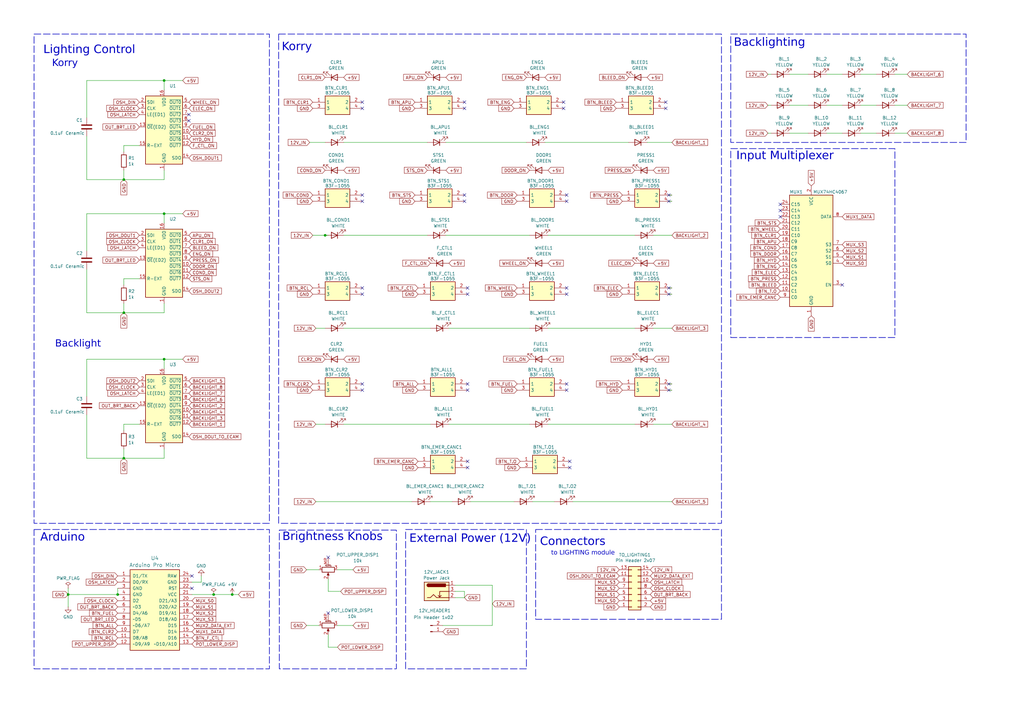
<source format=kicad_sch>
(kicad_sch (version 20231120) (generator "eeschema") (generator_version "8.0")
  (paper "A3")
  (title_block (title "ECAM Panel") (date "2024-12-08") (rev "V1.0") (company "S.K."))
  (junction (at 95.25 243.84))
  (junction (at 50.8 128.27))
  (junction (at 50.8 187.96))
  (junction (at 67.31 33.02))
  (junction (at 87.63 243.84))
  (junction (at 67.31 87.63))
  (junction (at 67.31 147.32))
  (junction (at 27.94 243.84))
  (junction (at 133.35 96.52))
  (junction (at 50.8 73.66))
  (junction (at 48.26 243.84))
  (no_connect (at 345.44 116.84))
  (no_connect (at 233.68 189.23))
  (no_connect (at 148.59 80.01))
  (no_connect (at 148.59 82.55))
  (no_connect (at 191.77 157.48))
  (no_connect (at 274.32 157.48))
  (no_connect (at 231.14 41.91))
  (no_connect (at 148.59 120.65))
  (no_connect (at 190.5 41.91))
  (no_connect (at 233.68 191.77))
  (no_connect (at 148.59 157.48))
  (no_connect (at 232.41 118.11))
  (no_connect (at 77.47 46.99))
  (no_connect (at 273.05 41.91))
  (no_connect (at 148.59 44.45))
  (no_connect (at 78.74 241.3))
  (no_connect (at 232.41 157.48))
  (no_connect (at 320.04 86.36))
  (no_connect (at 134.62 228.6))
  (no_connect (at 274.32 82.55))
  (no_connect (at 190.5 82.55))
  (no_connect (at 148.59 118.11))
  (no_connect (at 191.77 160.02))
  (no_connect (at 232.41 120.65))
  (no_connect (at 274.32 118.11))
  (no_connect (at 191.77 120.65))
  (no_connect (at 191.77 118.11))
  (no_connect (at 273.05 44.45))
  (no_connect (at 77.47 49.53))
  (no_connect (at 320.04 88.9))
  (no_connect (at 191.77 189.23))
  (no_connect (at 232.41 80.01))
  (no_connect (at 191.77 191.77))
  (no_connect (at 134.62 251.46))
  (no_connect (at 231.14 44.45))
  (no_connect (at 274.32 120.65))
  (no_connect (at 274.32 160.02))
  (no_connect (at 274.32 80.01))
  (no_connect (at 232.41 160.02))
  (no_connect (at 190.5 80.01))
  (no_connect (at 190.5 44.45))
  (no_connect (at 148.59 41.91))
  (no_connect (at 148.59 160.02))
  (no_connect (at 78.74 236.22))
  (no_connect (at 320.04 83.82))
  (no_connect (at 232.41 82.55))
  (wire (pts (xy 27.94 248.92) (xy 27.94 243.84)))
  (wire (pts (xy 138.43 256.54) (xy 144.78 256.54)))
  (wire (pts (xy 184.15 173.99) (xy 217.17 173.99)))
  (wire (pts (xy 134.62 260.35) (xy 134.62 265.43)))
  (wire (pts (xy 57.15 114.3) (xy 50.8 114.3)))
  (wire (pts (xy 140.97 58.42) (xy 175.26 58.42)))
  (wire (pts (xy 35.56 147.32) (xy 35.56 162.56)))
  (wire (pts (xy 95.25 243.84) (xy 97.79 243.84)))
  (wire (pts (xy 267.97 173.99) (xy 275.59 173.99)))
  (wire (pts (xy 224.79 173.99) (xy 260.35 173.99)))
  (wire (pts (xy 186.69 240.03) (xy 201.93 240.03)))
  (wire (pts (xy 50.8 59.69) (xy 50.8 62.23)))
  (wire (pts (xy 35.56 128.27) (xy 50.8 128.27)))
  (wire (pts (xy 57.15 173.99) (xy 50.8 173.99)))
  (wire (pts (xy 190.5 242.57) (xy 190.5 245.11)))
  (wire (pts (xy 314.96 30.48) (xy 316.23 30.48)))
  (wire (pts (xy 339.09 54.61) (xy 345.44 54.61)))
  (wire (pts (xy 184.15 134.62) (xy 217.17 134.62)))
  (wire (pts (xy 186.69 245.11) (xy 190.5 245.11)))
  (wire (pts (xy 35.56 73.66) (xy 50.8 73.66)))
  (wire (pts (xy 50.8 73.66) (xy 67.31 73.66)))
  (wire (pts (xy 129.54 173.99) (xy 133.35 173.99)))
  (wire (pts (xy 182.88 96.52) (xy 217.17 96.52)))
  (wire (pts (xy 223.52 58.42) (xy 257.81 58.42)))
  (wire (pts (xy 67.31 87.63) (xy 67.31 91.44)))
  (wire (pts (xy 314.96 54.61) (xy 316.23 54.61)))
  (wire (pts (xy 35.56 110.49) (xy 35.56 128.27)))
  (wire (pts (xy 67.31 33.02) (xy 67.31 36.83)))
  (wire (pts (xy 134.62 237.49) (xy 134.62 242.57)))
  (wire (pts (xy 265.43 58.42) (xy 275.59 58.42)))
  (wire (pts (xy 134.62 242.57) (xy 139.7 242.57)))
  (wire (pts (xy 218.44 205.74) (xy 227.33 205.74)))
  (wire (pts (xy 27.94 243.84) (xy 48.26 243.84)))
  (wire (pts (xy 140.97 173.99) (xy 176.53 173.99)))
  (wire (pts (xy 67.31 128.27) (xy 67.31 124.46)))
  (wire (pts (xy 323.85 54.61) (xy 331.47 54.61)))
  (wire (pts (xy 138.43 233.68) (xy 144.78 233.68)))
  (wire (pts (xy 50.8 128.27) (xy 67.31 128.27)))
  (wire (pts (xy 67.31 87.63) (xy 74.93 87.63)))
  (wire (pts (xy 128.27 96.52) (xy 133.35 96.52)))
  (wire (pts (xy 67.31 187.96) (xy 67.31 184.15)))
  (wire (pts (xy 35.56 33.02) (xy 35.56 48.26)))
  (wire (pts (xy 274.32 118.11) (xy 275.59 118.11)))
  (wire (pts (xy 267.97 134.62) (xy 275.59 134.62)))
  (wire (pts (xy 50.8 114.3) (xy 50.8 116.84)))
  (wire (pts (xy 67.31 147.32) (xy 74.93 147.32)))
  (wire (pts (xy 323.85 43.18) (xy 331.47 43.18)))
  (wire (pts (xy 67.31 33.02) (xy 74.93 33.02)))
  (wire (pts (xy 367.03 43.18) (xy 372.11 43.18)))
  (wire (pts (xy 353.06 30.48) (xy 359.41 30.48)))
  (wire (pts (xy 181.61 256.54) (xy 201.93 256.54)))
  (wire (pts (xy 50.8 69.85) (xy 50.8 73.66)))
  (wire (pts (xy 50.8 173.99) (xy 50.8 176.53)))
  (wire (pts (xy 125.73 256.54) (xy 130.81 256.54)))
  (wire (pts (xy 353.06 43.18) (xy 359.41 43.18)))
  (wire (pts (xy 35.56 147.32) (xy 67.31 147.32)))
  (wire (pts (xy 129.54 134.62) (xy 133.35 134.62)))
  (wire (pts (xy 35.56 170.18) (xy 35.56 187.96)))
  (wire (pts (xy 35.56 55.88) (xy 35.56 73.66)))
  (wire (pts (xy 274.32 80.01) (xy 275.59 80.01)))
  (wire (pts (xy 267.97 96.52) (xy 275.59 96.52)))
  (wire (pts (xy 35.56 187.96) (xy 50.8 187.96)))
  (wire (pts (xy 27.94 241.3) (xy 27.94 243.84)))
  (wire (pts (xy 48.26 241.3) (xy 48.26 243.84)))
  (wire (pts (xy 224.79 96.52) (xy 260.35 96.52)))
  (wire (pts (xy 186.69 242.57) (xy 190.5 242.57)))
  (wire (pts (xy 78.74 243.84) (xy 87.63 243.84)))
  (wire (pts (xy 129.54 205.74) (xy 168.91 205.74)))
  (wire (pts (xy 133.35 96.52) (xy 134.62 96.52)))
  (wire (pts (xy 367.03 30.48) (xy 372.11 30.48)))
  (wire (pts (xy 50.8 184.15) (xy 50.8 187.96)))
  (wire (pts (xy 274.32 120.65) (xy 275.59 120.65)))
  (wire (pts (xy 182.88 58.42) (xy 215.9 58.42)))
  (wire (pts (xy 140.97 134.62) (xy 176.53 134.62)))
  (wire (pts (xy 67.31 147.32) (xy 67.31 151.13)))
  (wire (pts (xy 67.31 73.66) (xy 67.31 69.85)))
  (wire (pts (xy 274.32 82.55) (xy 275.59 82.55)))
  (wire (pts (xy 274.32 160.02) (xy 275.59 160.02)))
  (wire (pts (xy 314.96 43.18) (xy 316.23 43.18)))
  (wire (pts (xy 50.8 187.96) (xy 67.31 187.96)))
  (wire (pts (xy 78.74 238.76) (xy 82.55 238.76)))
  (wire (pts (xy 134.62 265.43) (xy 138.43 265.43)))
  (wire (pts (xy 193.04 205.74) (xy 210.82 205.74)))
  (wire (pts (xy 274.32 157.48) (xy 275.59 157.48)))
  (wire (pts (xy 224.79 134.62) (xy 260.35 134.62)))
  (wire (pts (xy 35.56 33.02) (xy 67.31 33.02)))
  (wire (pts (xy 127 58.42) (xy 133.35 58.42)))
  (wire (pts (xy 35.56 87.63) (xy 35.56 102.87)))
  (wire (pts (xy 367.03 54.61) (xy 372.11 54.61)))
  (wire (pts (xy 125.73 233.68) (xy 130.81 233.68)))
  (wire (pts (xy 323.85 30.48) (xy 331.47 30.48)))
  (wire (pts (xy 176.53 205.74) (xy 185.42 205.74)))
  (wire (pts (xy 82.55 238.76) (xy 82.55 236.22)))
  (wire (pts (xy 140.97 96.52) (xy 175.26 96.52)))
  (wire (pts (xy 201.93 240.03) (xy 201.93 256.54)))
  (wire (pts (xy 339.09 43.18) (xy 345.44 43.18)))
  (wire (pts (xy 50.8 124.46) (xy 50.8 128.27)))
  (wire (pts (xy 339.09 30.48) (xy 345.44 30.48)))
  (wire (pts (xy 35.56 87.63) (xy 67.31 87.63)))
  (wire (pts (xy 353.06 54.61) (xy 359.41 54.61)))
  (wire (pts (xy 87.63 243.84) (xy 95.25 243.84)))
  (wire (pts (xy 234.95 205.74) (xy 275.59 205.74)))
  (wire (pts (xy 57.15 59.69) (xy 50.8 59.69)))
  (rectangle (start 13.97 13.97) (end 110.49 214.63) (stroke (width 0.254) (type dash)))
  (rectangle (start 13.97 217.17) (end 110.49 274.32) (stroke (width 0.254) (type dash)))
  (rectangle (start 219.71 217.17) (end 295.91 254) (stroke (width 0.254) (type dash)))
  (rectangle (start 299.72 60.96) (end 367.03 138.43) (stroke (width 0.254) (type dash)))
  (rectangle (start 114.554 217.424) (end 162.56 274.32) (stroke (width 0.254) (type dash)))
  (rectangle (start 166.37 217.17) (end 215.9 274.32) (stroke (width 0.254) (type dash)))
  (rectangle (start 114.3 13.97) (end 295.91 214.63) (stroke (width 0.254) (type dash)))
  (rectangle (start 299.7199 13.97) (end 396.24 58.42) (stroke (width 0.254) (type dash)))
  (text "Connectors" (at 221.488 221.234 0) (effects (font (size 3.3782 3.3782)) (justify left top)))
  (text "Korry" (at 21.336 25.146 0) (effects (font (size 2.8956 2.8956)) (justify left top)))
  (text "Arduino" (at 16.51 219.456 0) (effects (font (size 3.3782 3.3782)) (justify left top)))
  (text "Backlight" (at 22.606 140.208 0) (effects (font (size 2.8956 2.8956)) (justify left top)))
  (text "Backlighting" (at 300.99 16.51 0) (effects (font (size 3.3782 3.3782)) (justify left top)))
  (text "Brightness Knobs" (at 115.824 219.202 0) (effects (font (size 3.3782 3.3782)) (justify left top)))
  (text "External Power (12V)" (at 167.894 219.964 0) (effects (font (size 3.3782 3.3782)) (justify left top)))
  (text "Korry" (at 115.57 18.288 0) (effects (font (size 3.3782 3.3782)) (justify left top)))
  (text "Lighting Control" (at 17.78 19.4818 0) (effects (font (size 3.3782 3.3782)) (justify left top)))
  (text "Input Multiplexer" (at 302.006 62.992 0) (effects (font (size 3.3782 3.3782)) (justify left top)))
  (text "to LIGHTING module" (at 226.06 226.314 0) (effects (font (size 1.8288 1.8288)) (justify left top)))
  (global_label "12V_IN" (shape input) (at 314.96 43.18 180) (property "Intersheetrefs" "${INTERSHEET_REFS}" (effects (hide yes))))
  (global_label "GND" (shape input) (at 212.09 160.02 180) (property "Intersheetrefs" "${INTERSHEET_REFS}" (effects (hide yes))))
  (global_label "BTN_HYD" (shape input) (at 255.27 157.48 180) (property "Intersheetrefs" "${INTERSHEET_REFS}" (effects (hide yes))))
  (global_label "OSH_CLOCK" (shape input) (at 57.15 158.75 180) (property "Intersheetrefs" "${INTERSHEET_REFS}" (effects (hide yes))))
  (global_label "BACKLIGHT_4" (shape input) (at 275.59 173.99 0) (property "Intersheetrefs" "${INTERSHEET_REFS}" (effects (hide yes))))
  (global_label "+5V" (shape input) (at 74.93 87.63 0) (property "Intersheetrefs" "${INTERSHEET_REFS}" (effects (hide yes))))
  (global_label "+5V" (shape input) (at 184.15 107.95 0) (property "Intersheetrefs" "${INTERSHEET_REFS}" (effects (hide yes))))
  (global_label "+5V" (shape input) (at 267.97 69.85 0) (property "Intersheetrefs" "${INTERSHEET_REFS}" (effects (hide yes))))
  (global_label "GND" (shape input) (at 128.27 160.02 180) (property "Intersheetrefs" "${INTERSHEET_REFS}" (effects (hide yes))))
  (global_label "BACKLIGHT_2" (shape input) (at 275.59 96.52 0) (property "Intersheetrefs" "${INTERSHEET_REFS}" (effects (hide yes))))
  (global_label "MUX_S3" (shape input) (at 78.74 254 0) (property "Intersheetrefs" "${INTERSHEET_REFS}" (effects (hide yes))))
  (global_label "BACKLIGHT_2" (shape input) (at 77.47 166.37 0) (property "Intersheetrefs" "${INTERSHEET_REFS}" (effects (hide yes))))
  (global_label "GND" (shape input) (at 255.27 82.55 180) (property "Intersheetrefs" "${INTERSHEET_REFS}" (effects (hide yes))))
  (global_label "BTN_F_CTL" (shape input) (at 78.74 261.62 0) (property "Intersheetrefs" "${INTERSHEET_REFS}" (effects (hide yes))))
  (global_label "+5V" (shape input) (at 74.93 33.02 0) (property "Intersheetrefs" "${INTERSHEET_REFS}" (effects (hide yes))))
  (global_label "OSH_DOUT_TO_ECAM" (shape input) (at 77.47 179.07 0) (property "Intersheetrefs" "${INTERSHEET_REFS}" (effects (hide yes))))
  (global_label "MUX2_DATA_EXT" (shape input) (at 266.7 236.22 0) (property "Intersheetrefs" "${INTERSHEET_REFS}" (effects (hide yes))))
  (global_label "PRESS_ON" (shape input) (at 77.47 106.68 0) (property "Intersheetrefs" "${INTERSHEET_REFS}" (effects (hide yes))))
  (global_label "POT_UPPER_DISP" (shape input) (at 48.26 264.16 180) (property "Intersheetrefs" "${INTERSHEET_REFS}" (effects (hide yes))))
  (global_label "BTN_RCL" (shape input) (at 48.26 261.62 180) (property "Intersheetrefs" "${INTERSHEET_REFS}" (effects (hide yes))))
  (global_label "OSH_CLOCK" (shape input) (at 266.7 241.3 0) (property "Intersheetrefs" "${INTERSHEET_REFS}" (effects (hide yes))))
  (global_label "12V_IN" (shape input) (at 201.93 247.65 0) (property "Intersheetrefs" "${INTERSHEET_REFS}" (effects (hide yes))))
  (global_label "+5V" (shape input) (at 224.79 107.95 0) (property "Intersheetrefs" "${INTERSHEET_REFS}" (effects (hide yes))))
  (global_label "BTN_APU" (shape input) (at 170.18 41.91 180) (property "Intersheetrefs" "${INTERSHEET_REFS}" (effects (hide yes))))
  (global_label "GND" (shape input) (at 255.27 120.65 180) (property "Intersheetrefs" "${INTERSHEET_REFS}" (effects (hide yes))))
  (global_label "GND" (shape input) (at 50.8 128.27 270) (property "Intersheetrefs" "${INTERSHEET_REFS}" (effects (hide yes))))
  (global_label "OSH_LATCH" (shape input) (at 48.26 238.76 180) (property "Intersheetrefs" "${INTERSHEET_REFS}" (effects (hide yes))))
  (global_label "OSH_CLOCK" (shape input) (at 48.26 246.38 180) (property "Intersheetrefs" "${INTERSHEET_REFS}" (effects (hide yes))))
  (global_label "OUT_BRT_BACK" (shape input) (at 266.7 243.84 0) (property "Intersheetrefs" "${INTERSHEET_REFS}" (effects (hide yes))))
  (global_label "MUX2_DATA_EXT" (shape input) (at 78.74 256.54 0) (property "Intersheetrefs" "${INTERSHEET_REFS}" (effects (hide yes))))
  (global_label "+5V" (shape input) (at 266.7 246.38 0) (property "Intersheetrefs" "${INTERSHEET_REFS}" (effects (hide yes))))
  (global_label "BACKLIGHT_6" (shape input) (at 77.47 163.83 0) (property "Intersheetrefs" "${INTERSHEET_REFS}" (effects (hide yes))))
  (global_label "GND" (shape input) (at 212.09 120.65 180) (property "Intersheetrefs" "${INTERSHEET_REFS}" (effects (hide yes))))
  (global_label "MUX_S2" (shape input) (at 345.44 102.87 0) (property "Intersheetrefs" "${INTERSHEET_REFS}" (effects (hide yes))))
  (global_label "BTN_T.O" (shape input) (at 320.04 119.38 180) (property "Intersheetrefs" "${INTERSHEET_REFS}" (effects (hide yes))))
  (global_label "BTN_ENG" (shape input) (at 320.04 109.22 180) (property "Intersheetrefs" "${INTERSHEET_REFS}" (effects (hide yes))))
  (global_label "OUT_BRT_LED" (shape input) (at 57.15 52.07 180) (property "Intersheetrefs" "${INTERSHEET_REFS}" (effects (hide yes))))
  (global_label "OSH_LATCH" (shape input) (at 57.15 46.99 180) (property "Intersheetrefs" "${INTERSHEET_REFS}" (effects (hide yes))))
  (global_label "OUT_BRT_BACK" (shape input) (at 57.15 166.37 180) (property "Intersheetrefs" "${INTERSHEET_REFS}" (effects (hide yes))))
  (global_label "BACKLIGHT_3" (shape input) (at 275.59 134.62 0) (property "Intersheetrefs" "${INTERSHEET_REFS}" (effects (hide yes))))
  (global_label "BTN_DOOR" (shape input) (at 320.04 104.14 180) (property "Intersheetrefs" "${INTERSHEET_REFS}" (effects (hide yes))))
  (global_label "FUEL_ON" (shape input) (at 217.17 147.32 180) (property "Intersheetrefs" "${INTERSHEET_REFS}" (effects (hide yes))))
  (global_label "BTN_ENG" (shape input) (at 210.82 41.91 180) (property "Intersheetrefs" "${INTERSHEET_REFS}" (effects (hide yes))))
  (global_label "BTN_STS" (shape input) (at 320.04 91.44 180) (property "Intersheetrefs" "${INTERSHEET_REFS}" (effects (hide yes))))
  (global_label "GND" (shape input) (at 181.61 259.08 0) (property "Intersheetrefs" "${INTERSHEET_REFS}" (effects (hide yes))))
  (global_label "WHEEL_ON" (shape input) (at 217.17 107.95 180) (property "Intersheetrefs" "${INTERSHEET_REFS}" (effects (hide yes))))
  (global_label "MUX_S0" (shape input) (at 78.74 246.38 0) (property "Intersheetrefs" "${INTERSHEET_REFS}" (effects (hide yes))))
  (global_label "12V_IN" (shape input) (at 129.54 134.62 180) (property "Intersheetrefs" "${INTERSHEET_REFS}" (effects (hide yes))))
  (global_label "FUEL_ON" (shape input) (at 77.47 52.07 0) (property "Intersheetrefs" "${INTERSHEET_REFS}" (effects (hide yes))))
  (global_label "OSH_CLOCK" (shape input) (at 57.15 44.45 180) (property "Intersheetrefs" "${INTERSHEET_REFS}" (effects (hide yes))))
  (global_label "12V_IN" (shape input) (at 254 233.68 180) (property "Intersheetrefs" "${INTERSHEET_REFS}" (effects (hide yes))))
  (global_label "+5V" (shape input) (at 74.93 147.32 0) (property "Intersheetrefs" "${INTERSHEET_REFS}" (effects (hide yes))))
  (global_label "+5V" (shape input) (at 265.43 31.75 0) (property "Intersheetrefs" "${INTERSHEET_REFS}" (effects (hide yes))))
  (global_label "MUX1_DATA" (shape input) (at 345.44 88.9 0) (property "Intersheetrefs" "${INTERSHEET_REFS}" (effects (hide yes))))
  (global_label "GND" (shape input) (at 128.27 44.45 180) (property "Intersheetrefs" "${INTERSHEET_REFS}" (effects (hide yes))))
  (global_label "+5V" (shape input) (at 224.79 147.32 0) (property "Intersheetrefs" "${INTERSHEET_REFS}" (effects (hide yes))))
  (global_label "MUX_S3" (shape input) (at 345.44 100.33 0) (property "Intersheetrefs" "${INTERSHEET_REFS}" (effects (hide yes))))
  (global_label "OSH_LATCH" (shape input) (at 57.15 101.6 180) (property "Intersheetrefs" "${INTERSHEET_REFS}" (effects (hide yes))))
  (global_label "ENG_ON" (shape input) (at 77.47 104.14 0) (property "Intersheetrefs" "${INTERSHEET_REFS}" (effects (hide yes))))
  (global_label "GND" (shape input) (at 128.27 82.55 180) (property "Intersheetrefs" "${INTERSHEET_REFS}" (effects (hide yes))))
  (global_label "+5V" (shape input) (at 97.79 243.84 0) (property "Intersheetrefs" "${INTERSHEET_REFS}" (effects (hide yes))))
  (global_label "OUT_BRT_LED" (shape input) (at 57.15 106.68 180) (property "Intersheetrefs" "${INTERSHEET_REFS}" (effects (hide yes))))
  (global_label "GND" (shape input) (at 27.94 243.84 180) (property "Intersheetrefs" "${INTERSHEET_REFS}" (effects (hide yes))))
  (global_label "OSH_DOUT1" (shape input) (at 57.15 96.52 180) (property "Intersheetrefs" "${INTERSHEET_REFS}" (effects (hide yes))))
  (global_label "OSH_DOUT1" (shape input) (at 77.47 64.77 0) (property "Intersheetrefs" "${INTERSHEET_REFS}" (effects (hide yes))))
  (global_label "PRESS_ON" (shape input) (at 260.35 69.85 180) (property "Intersheetrefs" "${INTERSHEET_REFS}" (effects (hide yes))))
  (global_label "GND" (shape input) (at 125.73 233.68 180) (property "Intersheetrefs" "${INTERSHEET_REFS}" (effects (hide yes))))
  (global_label "GND" (shape input) (at 254 248.92 180) (property "Intersheetrefs" "${INTERSHEET_REFS}" (effects (hide yes))))
  (global_label "GND" (shape input) (at 170.18 44.45 180) (property "Intersheetrefs" "${INTERSHEET_REFS}" (effects (hide yes))))
  (global_label "GND" (shape input) (at 50.8 73.66 270) (property "Intersheetrefs" "${INTERSHEET_REFS}" (effects (hide yes))))
  (global_label "MUX_S2" (shape input) (at 254 241.3 180) (property "Intersheetrefs" "${INTERSHEET_REFS}" (effects (hide yes))))
  (global_label "POT_UPPER_DISP" (shape input) (at 139.7 242.57 0) (property "Intersheetrefs" "${INTERSHEET_REFS}" (effects (hide yes))))
  (global_label "+5V" (shape input) (at 267.97 107.95 0) (property "Intersheetrefs" "${INTERSHEET_REFS}" (effects (hide yes))))
  (global_label "MUX_S3" (shape input) (at 254 238.76 180) (property "Intersheetrefs" "${INTERSHEET_REFS}" (effects (hide yes))))
  (global_label "BLEED_ON" (shape input) (at 257.81 31.75 180) (property "Intersheetrefs" "${INTERSHEET_REFS}" (effects (hide yes))))
  (global_label "GND" (shape input) (at 255.27 160.02 180) (property "Intersheetrefs" "${INTERSHEET_REFS}" (effects (hide yes))))
  (global_label "BTN_BLEED" (shape input) (at 252.73 41.91 180) (property "Intersheetrefs" "${INTERSHEET_REFS}" (effects (hide yes))))
  (global_label "12V_IN" (shape input) (at 129.54 173.99 180) (property "Intersheetrefs" "${INTERSHEET_REFS}" (effects (hide yes))))
  (global_label "MUX_S1" (shape input) (at 345.44 105.41 0) (property "Intersheetrefs" "${INTERSHEET_REFS}" (effects (hide yes))))
  (global_label "MUX_S1" (shape input) (at 254 243.84 180) (property "Intersheetrefs" "${INTERSHEET_REFS}" (effects (hide yes))))
  (global_label "BTN_COND" (shape input) (at 128.27 80.01 180) (property "Intersheetrefs" "${INTERSHEET_REFS}" (effects (hide yes))))
  (global_label "12V_IN" (shape input) (at 127 58.42 180) (property "Intersheetrefs" "${INTERSHEET_REFS}" (effects (hide yes))))
  (global_label "OSH_DIN" (shape input) (at 48.26 236.22 180) (property "Intersheetrefs" "${INTERSHEET_REFS}" (effects (hide yes))))
  (global_label "GND" (shape input) (at 210.82 44.45 180) (property "Intersheetrefs" "${INTERSHEET_REFS}" (effects (hide yes))))
  (global_label "BTN_F_CTL" (shape input) (at 171.45 118.11 180) (property "Intersheetrefs" "${INTERSHEET_REFS}" (effects (hide yes))))
  (global_label "GND" (shape input) (at 170.18 82.55 180) (property "Intersheetrefs" "${INTERSHEET_REFS}" (effects (hide yes))))
  (global_label "BTN_FUEL" (shape input) (at 48.26 251.46 180) (property "Intersheetrefs" "${INTERSHEET_REFS}" (effects (hide yes))))
  (global_label "+5V" (shape input) (at 267.97 147.32 0) (property "Intersheetrefs" "${INTERSHEET_REFS}" (effects (hide yes))))
  (global_label "OSH_CLOCK" (shape input) (at 57.15 99.06 180) (property "Intersheetrefs" "${INTERSHEET_REFS}" (effects (hide yes))))
  (global_label "BACKLIGHT_5" (shape input) (at 275.59 205.74 0) (property "Intersheetrefs" "${INTERSHEET_REFS}" (effects (hide yes))))
  (global_label "F_CTL_ON" (shape input) (at 176.53 107.95 180) (property "Intersheetrefs" "${INTERSHEET_REFS}" (effects (hide yes))))
  (global_label "GND" (shape input) (at 266.7 248.92 0) (property "Intersheetrefs" "${INTERSHEET_REFS}" (effects (hide yes))))
  (global_label "DOOR_ON" (shape input) (at 77.47 109.22 0) (property "Intersheetrefs" "${INTERSHEET_REFS}" (effects (hide yes))))
  (global_label "MUX_S0" (shape input) (at 345.44 107.95 0) (property "Intersheetrefs" "${INTERSHEET_REFS}" (effects (hide yes))))
  (global_label "BACKLIGHT_1" (shape input) (at 77.47 173.99 0) (property "Intersheetrefs" "${INTERSHEET_REFS}" (effects (hide yes))))
  (global_label "BACKLIGHT_8" (shape input) (at 372.11 54.61 0) (property "Intersheetrefs" "${INTERSHEET_REFS}" (effects (hide yes))))
  (global_label "OSH_DOUT2" (shape input) (at 57.15 156.21 180) (property "Intersheetrefs" "${INTERSHEET_REFS}" (effects (hide yes))))
  (global_label "+5V" (shape input) (at 182.88 69.85 0) (property "Intersheetrefs" "${INTERSHEET_REFS}" (effects (hide yes))))
  (global_label "BTN_ALL" (shape input) (at 171.45 157.48 180) (property "Intersheetrefs" "${INTERSHEET_REFS}" (effects (hide yes))))
  (global_label "GND" (shape input) (at 171.45 120.65 180) (property "Intersheetrefs" "${INTERSHEET_REFS}" (effects (hide yes))))
  (global_label "APU_ON" (shape input) (at 175.26 31.75 180) (property "Intersheetrefs" "${INTERSHEET_REFS}" (effects (hide yes))))
  (global_label "OSH_DOUT_TO_ECAM" (shape input) (at 254 236.22 180) (property "Intersheetrefs" "${INTERSHEET_REFS}" (effects (hide yes))))
  (global_label "+5V" (shape input) (at 140.97 31.75 0) (property "Intersheetrefs" "${INTERSHEET_REFS}" (effects (hide yes))))
  (global_label "CLR1_ON" (shape input) (at 133.35 31.75 180) (property "Intersheetrefs" "${INTERSHEET_REFS}" (effects (hide yes))))
  (global_label "STS_ON" (shape input) (at 77.47 114.3 0) (property "Intersheetrefs" "${INTERSHEET_REFS}" (effects (hide yes))))
  (global_label "GND" (shape input) (at 171.45 160.02 180) (property "Intersheetrefs" "${INTERSHEET_REFS}" (effects (hide yes))))
  (global_label "MUX1_DATA" (shape input) (at 78.74 259.08 0) (property "Intersheetrefs" "${INTERSHEET_REFS}" (effects (hide yes))))
  (global_label "BTN_RCL" (shape input) (at 128.27 118.11 180) (property "Intersheetrefs" "${INTERSHEET_REFS}" (effects (hide yes))))
  (global_label "OSH_LATCH" (shape input) (at 266.7 238.76 0) (property "Intersheetrefs" "${INTERSHEET_REFS}" (effects (hide yes))))
  (global_label "+5V" (shape input) (at 144.78 256.54 0) (property "Intersheetrefs" "${INTERSHEET_REFS}" (effects (hide yes))))
  (global_label "OUT_BRT_LED" (shape input) (at 48.26 254 180) (property "Intersheetrefs" "${INTERSHEET_REFS}" (effects (hide yes))))
  (global_label "BTN_T.O" (shape input) (at 213.36 189.23 180) (property "Intersheetrefs" "${INTERSHEET_REFS}" (effects (hide yes))))
  (global_label "+5V" (shape input) (at 140.97 147.32 0) (property "Intersheetrefs" "${INTERSHEET_REFS}" (effects (hide yes))))
  (global_label "BTN_HYD" (shape input) (at 320.04 106.68 180) (property "Intersheetrefs" "${INTERSHEET_REFS}" (effects (hide yes))))
  (global_label "BACKLIGHT_7" (shape input) (at 77.47 161.29 0) (property "Intersheetrefs" "${INTERSHEET_REFS}" (effects (hide yes))))
  (global_label "BTN_EMER_CANC" (shape input) (at 171.45 189.23 180) (property "Intersheetrefs" "${INTERSHEET_REFS}" (effects (hide yes))))
  (global_label "BTN_EMER_CANC" (shape input) (at 320.04 121.92 180) (property "Intersheetrefs" "${INTERSHEET_REFS}" (effects (hide yes))))
  (global_label "12V_IN" (shape input) (at 128.27 96.52 180) (property "Intersheetrefs" "${INTERSHEET_REFS}" (effects (hide yes))))
  (global_label "MUX_S0" (shape input) (at 254 246.38 180) (property "Intersheetrefs" "${INTERSHEET_REFS}" (effects (hide yes))))
  (global_label "BTN_CLR1" (shape input) (at 320.04 96.52 180) (property "Intersheetrefs" "${INTERSHEET_REFS}" (effects (hide yes))))
  (global_label "BTN_CLR2" (shape input) (at 128.27 157.48 180) (property "Intersheetrefs" "${INTERSHEET_REFS}" (effects (hide yes))))
  (global_label "DOOR_ON" (shape input) (at 217.17 69.85 180) (property "Intersheetrefs" "${INTERSHEET_REFS}" (effects (hide yes))))
  (global_label "BTN_ALL" (shape input) (at 48.26 256.54 180) (property "Intersheetrefs" "${INTERSHEET_REFS}" (effects (hide yes))))
  (global_label "BTN_COND" (shape input) (at 320.04 101.6 180) (property "Intersheetrefs" "${INTERSHEET_REFS}" (effects (hide yes))))
  (global_label "GND" (shape input) (at 190.5 245.11 0) (property "Intersheetrefs" "${INTERSHEET_REFS}" (effects (hide yes))))
  (global_label "HYD_ON" (shape input) (at 260.35 147.32 180) (property "Intersheetrefs" "${INTERSHEET_REFS}" (effects (hide yes))))
  (global_label "GND" (shape input) (at 212.09 82.55 180) (property "Intersheetrefs" "${INTERSHEET_REFS}" (effects (hide yes))))
  (global_label "BTN_PRESS" (shape input) (at 255.27 80.01 180) (property "Intersheetrefs" "${INTERSHEET_REFS}" (effects (hide yes))))
  (global_label "BTN_FUEL" (shape input) (at 212.09 157.48 180) (property "Intersheetrefs" "${INTERSHEET_REFS}" (effects (hide yes))))
  (global_label "BACKLIGHT_6" (shape input) (at 372.11 30.48 0) (property "Intersheetrefs" "${INTERSHEET_REFS}" (effects (hide yes))))
  (global_label "CLR1_ON" (shape input) (at 77.47 99.06 0) (property "Intersheetrefs" "${INTERSHEET_REFS}" (effects (hide yes))))
  (global_label "BTN_ELEC" (shape input) (at 255.27 118.11 180) (property "Intersheetrefs" "${INTERSHEET_REFS}" (effects (hide yes))))
  (global_label "BACKLIGHT_1" (shape input) (at 275.59 58.42 0) (property "Intersheetrefs" "${INTERSHEET_REFS}" (effects (hide yes))))
  (global_label "BTN_ELEC" (shape input) (at 320.04 111.76 180) (property "Intersheetrefs" "${INTERSHEET_REFS}" (effects (hide yes))))
  (global_label "BTN_STS" (shape input) (at 170.18 80.01 180) (property "Intersheetrefs" "${INTERSHEET_REFS}" (effects (hide yes))))
  (global_label "BACKLIGHT_4" (shape input) (at 77.47 168.91 0) (property "Intersheetrefs" "${INTERSHEET_REFS}" (effects (hide yes))))
  (global_label "HYD_ON" (shape input) (at 77.47 57.15 0) (property "Intersheetrefs" "${INTERSHEET_REFS}" (effects (hide yes))))
  (global_label "GND" (shape input) (at 50.8 187.96 270) (property "Intersheetrefs" "${INTERSHEET_REFS}" (effects (hide yes))))
  (global_label "CLR2_ON" (shape input) (at 77.47 54.61 0) (property "Intersheetrefs" "${INTERSHEET_REFS}" (effects (hide yes))))
  (global_label "+5V" (shape input) (at 140.97 69.85 0) (property "Intersheetrefs" "${INTERSHEET_REFS}" (effects (hide yes))))
  (global_label "BLEED_ON" (shape input) (at 77.47 101.6 0) (property "Intersheetrefs" "${INTERSHEET_REFS}" (effects (hide yes))))
  (global_label "F_CTL_ON" (shape input) (at 77.47 59.69 0) (property "Intersheetrefs" "${INTERSHEET_REFS}" (effects (hide yes))))
  (global_label "BTN_WHEEL" (shape input) (at 320.04 93.98 180) (property "Intersheetrefs" "${INTERSHEET_REFS}" (effects (hide yes))))
  (global_label "BTN_BLEED" (shape input) (at 320.04 116.84 180) (property "Intersheetrefs" "${INTERSHEET_REFS}" (effects (hide yes))))
  (global_label "BACKLIGHT_3" (shape input) (at 77.47 171.45 0) (property "Intersheetrefs" "${INTERSHEET_REFS}" (effects (hide yes))))
  (global_label "BACKLIGHT_5" (shape input) (at 77.47 156.21 0) (property "Intersheetrefs" "${INTERSHEET_REFS}" (effects (hide yes))))
  (global_label "ENG_ON" (shape input) (at 215.9 31.75 180) (property "Intersheetrefs" "${INTERSHEET_REFS}" (effects (hide yes))))
  (global_label "12V_IN" (shape input) (at 129.54 205.74 180) (property "Intersheetrefs" "${INTERSHEET_REFS}" (effects (hide yes))))
  (global_label "12V_IN" (shape input) (at 314.96 30.48 180) (property "Intersheetrefs" "${INTERSHEET_REFS}" (effects (hide yes))))
  (global_label "GND" (shape input) (at 171.45 191.77 180) (property "Intersheetrefs" "${INTERSHEET_REFS}" (effects (hide yes))))
  (global_label "GND" (shape input) (at 332.74 129.54 270) (property "Intersheetrefs" "${INTERSHEET_REFS}" (effects (hide yes))))
  (global_label "BACKLIGHT_7" (shape input) (at 372.11 43.18 0) (property "Intersheetrefs" "${INTERSHEET_REFS}" (effects (hide yes))))
  (global_label "OSH_DOUT2" (shape input) (at 77.47 119.38 0) (property "Intersheetrefs" "${INTERSHEET_REFS}" (effects (hide yes))))
  (global_label "COND_ON" (shape input) (at 133.35 69.85 180) (property "Intersheetrefs" "${INTERSHEET_REFS}" (effects (hide yes))))
  (global_label "BTN_APU" (shape input) (at 320.04 99.06 180) (property "Intersheetrefs" "${INTERSHEET_REFS}" (effects (hide yes))))
  (global_label "POT_LOWER_DISP" (shape input) (at 138.43 265.43 0) (property "Intersheetrefs" "${INTERSHEET_REFS}" (effects (hide yes))))
  (global_label "+5V" (shape input) (at 182.88 31.75 0) (property "Intersheetrefs" "${INTERSHEET_REFS}" (effects (hide yes))))
  (global_label "APU_ON" (shape input) (at 77.47 96.52 0) (property "Intersheetrefs" "${INTERSHEET_REFS}" (effects (hide yes))))
  (global_label "OUT_BRT_BACK" (shape input) (at 48.26 248.92 180) (property "Intersheetrefs" "${INTERSHEET_REFS}" (effects (hide yes))))
  (global_label "+5V" (shape input) (at 332.74 76.2 90) (property "Intersheetrefs" "${INTERSHEET_REFS}" (effects (hide yes))))
  (global_label "OSH_LATCH" (shape input) (at 57.15 161.29 180) (property "Intersheetrefs" "${INTERSHEET_REFS}" (effects (hide yes))))
  (global_label "GND" (shape input) (at 128.27 120.65 180) (property "Intersheetrefs" "${INTERSHEET_REFS}" (effects (hide yes))))
  (global_label "MUX_S2" (shape input) (at 78.74 251.46 0) (property "Intersheetrefs" "${INTERSHEET_REFS}" (effects (hide yes))))
  (global_label "COND_ON" (shape input) (at 77.47 111.76 0) (property "Intersheetrefs" "${INTERSHEET_REFS}" (effects (hide yes))))
  (global_label "POT_LOWER_DISP" (shape input) (at 78.74 264.16 0) (property "Intersheetrefs" "${INTERSHEET_REFS}" (effects (hide yes))))
  (global_label "STS_ON" (shape input) (at 175.26 69.85 180) (property "Intersheetrefs" "${INTERSHEET_REFS}" (effects (hide yes))))
  (global_label "+5V" (shape input) (at 224.79 69.85 0) (property "Intersheetrefs" "${INTERSHEET_REFS}" (effects (hide yes))))
  (global_label "BTN_PRESS" (shape input) (at 320.04 114.3 180) (property "Intersheetrefs" "${INTERSHEET_REFS}" (effects (hide yes))))
  (global_label "12V_IN" (shape input) (at 266.7 233.68 0) (property "Intersheetrefs" "${INTERSHEET_REFS}" (effects (hide yes))))
  (global_label "GND" (shape input) (at 213.36 191.77 180) (property "Intersheetrefs" "${INTERSHEET_REFS}" (effects (hide yes))))
  (global_label "OSH_DIN" (shape input) (at 57.15 41.91 180) (property "Intersheetrefs" "${INTERSHEET_REFS}" (effects (hide yes))))
  (global_label "MUX_S1" (shape input) (at 78.74 248.92 0) (property "Intersheetrefs" "${INTERSHEET_REFS}" (effects (hide yes))))
  (global_label "+5V" (shape input) (at 144.78 233.68 0) (property "Intersheetrefs" "${INTERSHEET_REFS}" (effects (hide yes))))
  (global_label "GND" (shape input) (at 252.73 44.45 180) (property "Intersheetrefs" "${INTERSHEET_REFS}" (effects (hide yes))))
  (global_label "12V_IN" (shape input) (at 314.96 54.61 180) (property "Intersheetrefs" "${INTERSHEET_REFS}" (effects (hide yes))))
  (global_label "BTN_WHEEL" (shape input) (at 212.09 118.11 180) (property "Intersheetrefs" "${INTERSHEET_REFS}" (effects (hide yes))))
  (global_label "BTN_CLR2" (shape input) (at 48.26 259.08 180) (property "Intersheetrefs" "${INTERSHEET_REFS}" (effects (hide yes))))
  (global_label "ELEC_ON" (shape input) (at 260.35 107.95 180) (property "Intersheetrefs" "${INTERSHEET_REFS}" (effects (hide yes))))
  (global_label "CLR2_ON" (shape input) (at 133.35 147.32 180) (property "Intersheetrefs" "${INTERSHEET_REFS}" (effects (hide yes))))
  (global_label "BACKLIGHT_8" (shape input) (at 77.47 158.75 0) (property "Intersheetrefs" "${INTERSHEET_REFS}" (effects (hide yes))))
  (global_label "BTN_DOOR" (shape input) (at 212.09 80.01 180) (property "Intersheetrefs" "${INTERSHEET_REFS}" (effects (hide yes))))
  (global_label "BTN_CLR1" (shape input) (at 128.27 41.91 180) (property "Intersheetrefs" "${INTERSHEET_REFS}" (effects (hide yes))))
  (global_label "GND" (shape input) (at 125.73 256.54 180) (property "Intersheetrefs" "${INTERSHEET_REFS}" (effects (hide yes))))
  (global_label "ELEC_ON" (shape input) (at 77.47 44.45 0) (property "Intersheetrefs" "${INTERSHEET_REFS}" (effects (hide yes))))
  (global_label "+5V" (shape input) (at 223.52 31.75 0) (property "Intersheetrefs" "${INTERSHEET_REFS}" (effects (hide yes))))
  (global_label "WHEEL_ON" (shape input) (at 77.47 41.91 0) (property "Intersheetrefs" "${INTERSHEET_REFS}" (effects (hide yes))))
  (symbol (lib_id "Device:LED") (at 172.72 205.74 180) (unit 1)
    (property "Reference" "BL_EMER_CANC1" (at 174.3075 199.4365 0))
    (property "Value" "WHITE" (at 174.3075 201.8608 0))
    (property "Footprint" "LED_THT:LED_D3.0mm" (effects (hide yes)))
    (property "Description" "Light emitting diode" (effects (hide yes)))
  )
  (symbol (lib_id "Device:LED") (at 335.28 54.61 180) (unit 1)
    (property "Reference" "BL_10" (at 336.8675 48.3065 0))
    (property "Value" "YELLOW" (at 336.8675 50.7308 0))
    (property "Footprint" "LED_THT:LED_D3.0mm" (effects (hide yes)))
    (property "Description" "Light emitting diode" (effects (hide yes)))
  )
  (symbol (lib_id "Device:LED") (at 335.28 43.18 180) (unit 1)
    (property "Reference" "BL_6" (at 336.8675 36.8765 0))
    (property "Value" "YELLOW" (at 336.8675 39.3008 0))
    (property "Footprint" "LED_THT:LED_D3.0mm" (effects (hide yes)))
    (property "Description" "Light emitting diode" (effects (hide yes)))
  )
  (symbol (lib_id "Device:R_Potentiometer_MountingPin") (at 134.62 233.68 90) (mirror x) (unit 1)
    (property "Reference" "POT_UPPER_DISP1" (at 146.7115 227.535 90))
    (property "Value" "10k" (at 146.7115 229.9593 90))
    (property "Footprint" "Potentiometer_THT:Potentiometer_Alps_RK09K_Single_Vertical" (effects (hide yes)))
    (property "Description" "Potentiometer with a mounting pin" (effects (hide yes)))
  )
  (symbol (lib_id "SamacSys_Parts:B3F-1055") (at 148.59 82.55 180) (unit 1)
    (property "Reference" "BTN_COND1" (at 137.922 74.168 0))
    (property "Value" "B3F-1055" (at 138.43 76.2 0))
    (property "Footprint" "My:B3F1000" (effects (hide yes)))
    (property "Datasheet" "https://omronfs.omron.com/en_US/ecb/products/pdf/en-b3f.pdf" (effects (hide yes)))
    (property "Description" "OMRON ELECTRONIC COMPONENTS - B3F-1055 - SWITCH, TACTILE, SPST-NO, 50mA, THOUGH HOLE" (effects (hide yes)))
    (property "Mouser Part Number" "653-B3F-1055" (effects (hide yes)))
    (property "Mouser Price/Stock" "https://www.mouser.co.uk/ProductDetail/Omron-Electronics/B3F-1055?qs=1tDaWCEHQQ77i2BzV2Yqkw%3D%3D" (effects (hide yes)))
    (property "Manufacturer_Name" "Omron Electronics" (effects (hide yes)))
    (property "Manufacturer_Part_Number" "B3F-1055" (effects (hide yes)))
  )
  (symbol (lib_id "MyLibrary:MUX74HC4067") (at 332.74 101.6 0) (unit 1)
    (property "Reference" "MUX1" (at 323.85 78.74 0) (effects (justify left)))
    (property "Value" "MUX74HC4067" (at 333.502 78.74 0) (effects (justify left)))
    (property "Footprint" "My:MUX74HC4067" (effects (hide yes)))
  )
  (symbol (lib_id "Device:LED") (at 264.16 173.99 180) (unit 1)
    (property "Reference" "BL_HYD1" (at 265.7475 167.6865 0))
    (property "Value" "WHITE" (at 265.7475 170.1108 0))
    (property "Footprint" "LED_THT:LED_D3.0mm" (effects (hide yes)))
    (property "Description" "Light emitting diode" (effects (hide yes)))
  )
  (symbol (lib_id "Device:LED") (at 349.25 43.18 180) (unit 1)
    (property "Reference" "BL_7" (at 350.8375 36.8765 0))
    (property "Value" "YELLOW" (at 350.8375 39.3008 0))
    (property "Footprint" "LED_THT:LED_D3.0mm" (effects (hide yes)))
    (property "Description" "Light emitting diode" (effects (hide yes)))
  )
  (symbol (lib_id "Device:LED") (at 349.25 54.61 180) (unit 1)
    (property "Reference" "BL_11" (at 350.8375 48.3065 0))
    (property "Value" "YELLOW" (at 350.8375 50.7308 0))
    (property "Footprint" "LED_THT:LED_D3.0mm" (effects (hide yes)))
    (property "Description" "Light emitting diode" (effects (hide yes)))
  )
  (symbol (lib_id "Device:LED") (at 220.98 107.95 0) (mirror x) (unit 1)
    (property "Reference" "WHEEL1" (at 223.012 101.7157 0))
    (property "Value" "GREEN" (at 223.012 104.14 0))
    (property "Footprint" "LED_THT:LED_D3.0mm" (effects (hide yes)))
    (property "Description" "Light emitting diode" (effects (hide yes)))
  )
  (symbol (lib_id "Connector:Barrel_Jack_Switch") (at 179.07 242.57 0) (unit 1)
    (property "Reference" "12V_JACK1" (at 179.07 234.6155 0))
    (property "Value" "Power Jack" (at 179.07 237.0398 0))
    (property "Footprint" "Connector_BarrelJack:BarrelJack_Horizontal" (effects (hide yes)))
    (property "Description" "DC Barrel Jack with an internal switch" (effects (hide yes)))
  )
  (symbol (lib_id "Device:LED") (at 320.04 43.18 180) (unit 1)
    (property "Reference" "BL_5" (at 321.6275 36.8765 0))
    (property "Value" "YELLOW" (at 321.6275 39.3008 0))
    (property "Footprint" "LED_THT:LED_D3.0mm" (effects (hide yes)))
    (property "Description" "Light emitting diode" (effects (hide yes)))
  )
  (symbol (lib_id "Device:LED") (at 179.07 69.85 0) (mirror x) (unit 1)
    (property "Reference" "STS1" (at 179.832 63.6157 0))
    (property "Value" "GREEN" (at 179.832 66.04 0))
    (property "Footprint" "LED_THT:LED_D3.0mm" (effects (hide yes)))
    (property "Description" "Light emitting diode" (effects (hide yes)))
  )
  (symbol (lib_id "SamacSys_Parts:B3F-1055") (at 191.77 120.65 180) (unit 1)
    (property "Reference" "BTN_F_CTL1" (at 181.102 112.268 0))
    (property "Value" "B3F-1055" (at 181.61 114.3 0))
    (property "Footprint" "My:B3F1000" (effects (hide yes)))
    (property "Datasheet" "https://omronfs.omron.com/en_US/ecb/products/pdf/en-b3f.pdf" (effects (hide yes)))
    (property "Description" "OMRON ELECTRONIC COMPONENTS - B3F-1055 - SWITCH, TACTILE, SPST-NO, 50mA, THOUGH HOLE" (effects (hide yes)))
    (property "Mouser Part Number" "653-B3F-1055" (effects (hide yes)))
    (property "Mouser Price/Stock" "https://www.mouser.co.uk/ProductDetail/Omron-Electronics/B3F-1055?qs=1tDaWCEHQQ77i2BzV2Yqkw%3D%3D" (effects (hide yes)))
    (property "Manufacturer_Name" "Omron Electronics" (effects (hide yes)))
    (property "Manufacturer_Part_Number" "B3F-1055" (effects (hide yes)))
  )
  (symbol (lib_id "Device:LED") (at 137.16 147.32 0) (mirror x) (unit 1)
    (property "Reference" "CLR2" (at 137.922 141.0857 0))
    (property "Value" "GREEN" (at 137.922 143.51 0))
    (property "Footprint" "LED_THT:LED_D3.0mm" (effects (hide yes)))
    (property "Description" "Light emitting diode" (effects (hide yes)))
  )
  (symbol (lib_id "Device:C") (at 35.56 52.07 0) (unit 1)
    (property "Reference" "C1" (at 31.242 49.276 0) (effects (justify left)))
    (property "Value" "0.1uF Ceramic" (at 20.574 54.61 0) (effects (justify left)))
    (property "Footprint" "Capacitor_THT:C_Disc_D3.0mm_W1.6mm_P2.50mm" (effects (hide yes)))
    (property "Description" "Unpolarized capacitor" (effects (hide yes)))
  )
  (symbol (lib_id "Device:LED") (at 264.16 147.32 0) (mirror x) (unit 1)
    (property "Reference" "HYD1" (at 264.922 141.0857 0))
    (property "Value" "GREEN" (at 264.922 143.51 0))
    (property "Footprint" "LED_THT:LED_D3.0mm" (effects (hide yes)))
    (property "Description" "Light emitting diode" (effects (hide yes)))
  )
  (symbol (lib_id "Connector:Conn_01x02_Pin") (at 176.53 259.08 0) (mirror x) (unit 1)
    (property "Reference" "12V_HEADER1" (at 178.308 250.444 0))
    (property "Value" "Pin Header 1x02" (at 177.8 253.238 0))
    (property "Footprint" "Connector_JST:JST_EH_B2B-EH-A_1x02_P2.50mm_Vertical" (effects (hide yes)))
    (property "Description" "Generic connector, single row, 01x02, script generated" (effects (hide yes)))
  )
  (symbol (lib_id "power:PWR_FLAG") (at 87.63 243.84 0) (unit 1)
    (property "Reference" "#FLG04" (effects (hide yes)))
    (property "Value" "PWR_FLAG" (at 87.63 239.7069 0))
    (property "Description" "Special symbol for telling ERC where power comes from" (effects (hide yes)))
  )
  (symbol (lib_id "Device:LED") (at 179.07 31.75 0) (mirror x) (unit 1)
    (property "Reference" "APU1" (at 179.832 25.5157 0))
    (property "Value" "GREEN" (at 179.832 27.94 0))
    (property "Footprint" "LED_THT:LED_D3.0mm" (effects (hide yes)))
    (property "Description" "Light emitting diode" (effects (hide yes)))
  )
  (symbol (lib_id "SamacSys_Parts:B3F-1055") (at 190.5 44.45 180) (unit 1)
    (property "Reference" "BTN_APU1" (at 179.832 36.068 0))
    (property "Value" "B3F-1055" (at 180.34 38.1 0))
    (property "Footprint" "My:B3F1000" (effects (hide yes)))
    (property "Datasheet" "https://omronfs.omron.com/en_US/ecb/products/pdf/en-b3f.pdf" (effects (hide yes)))
    (property "Description" "OMRON ELECTRONIC COMPONENTS - B3F-1055 - SWITCH, TACTILE, SPST-NO, 50mA, THOUGH HOLE" (effects (hide yes)))
    (property "Mouser Part Number" "653-B3F-1055" (effects (hide yes)))
    (property "Mouser Price/Stock" "https://www.mouser.co.uk/ProductDetail/Omron-Electronics/B3F-1055?qs=1tDaWCEHQQ77i2BzV2Yqkw%3D%3D" (effects (hide yes)))
    (property "Manufacturer_Name" "Omron Electronics" (effects (hide yes)))
    (property "Manufacturer_Part_Number" "B3F-1055" (effects (hide yes)))
  )
  (symbol (lib_id "Device:LED") (at 214.63 205.74 180) (unit 1)
    (property "Reference" "BL_T.O1" (at 216.2175 199.4365 0))
    (property "Value" "WHITE" (at 216.2175 201.8608 0))
    (property "Footprint" "LED_THT:LED_D3.0mm" (effects (hide yes)))
    (property "Description" "Light emitting diode" (effects (hide yes)))
  )
  (symbol (lib_id "Device:LED") (at 180.34 134.62 180) (unit 1)
    (property "Reference" "BL_F_CTL1" (at 181.9275 128.3165 0))
    (property "Value" "WHITE" (at 181.9275 130.7408 0))
    (property "Footprint" "LED_THT:LED_D3.0mm" (effects (hide yes)))
    (property "Description" "Light emitting diode" (effects (hide yes)))
  )
  (symbol (lib_id "Device:LED") (at 264.16 96.52 180) (unit 1)
    (property "Reference" "BL_PRESS1" (at 265.7475 90.2165 0))
    (property "Value" "WHITE" (at 265.7475 92.6408 0))
    (property "Footprint" "LED_THT:LED_D3.0mm" (effects (hide yes)))
    (property "Description" "Light emitting diode" (effects (hide yes)))
  )
  (symbol (lib_id "SamacSys_Parts:B3F-1055") (at 275.59 82.55 180) (unit 1)
    (property "Reference" "BTN_PRESS1" (at 264.922 74.168 0))
    (property "Value" "B3F-1055" (at 265.43 76.2 0))
    (property "Footprint" "My:B3F1000" (effects (hide yes)))
    (property "Datasheet" "https://omronfs.omron.com/en_US/ecb/products/pdf/en-b3f.pdf" (effects (hide yes)))
    (property "Description" "OMRON ELECTRONIC COMPONENTS - B3F-1055 - SWITCH, TACTILE, SPST-NO, 50mA, THOUGH HOLE" (effects (hide yes)))
    (property "Mouser Part Number" "653-B3F-1055" (effects (hide yes)))
    (property "Mouser Price/Stock" "https://www.mouser.co.uk/ProductDetail/Omron-Electronics/B3F-1055?qs=1tDaWCEHQQ77i2BzV2Yqkw%3D%3D" (effects (hide yes)))
    (property "Manufacturer_Name" "Omron Electronics" (effects (hide yes)))
    (property "Manufacturer_Part_Number" "B3F-1055" (effects (hide yes)))
  )
  (symbol (lib_id "SamacSys_Parts:B3F-1055") (at 190.5 82.55 180) (unit 1)
    (property "Reference" "BTN_STS1" (at 179.832 74.168 0))
    (property "Value" "B3F-1055" (at 180.34 76.2 0))
    (property "Footprint" "My:B3F1000" (effects (hide yes)))
    (property "Datasheet" "https://omronfs.omron.com/en_US/ecb/products/pdf/en-b3f.pdf" (effects (hide yes)))
    (property "Description" "OMRON ELECTRONIC COMPONENTS - B3F-1055 - SWITCH, TACTILE, SPST-NO, 50mA, THOUGH HOLE" (effects (hide yes)))
    (property "Mouser Part Number" "653-B3F-1055" (effects (hide yes)))
    (property "Mouser Price/Stock" "https://www.mouser.co.uk/ProductDetail/Omron-Electronics/B3F-1055?qs=1tDaWCEHQQ77i2BzV2Yqkw%3D%3D" (effects (hide yes)))
    (property "Manufacturer_Name" "Omron Electronics" (effects (hide yes)))
    (property "Manufacturer_Part_Number" "B3F-1055" (effects (hide yes)))
  )
  (symbol (lib_id "Device:R") (at 50.8 66.04 0) (unit 1)
    (property "Reference" "R1" (at 52.578 64.8278 0) (effects (justify left)))
    (property "Value" "1k" (at 52.578 67.2521 0) (effects (justify left)))
    (property "Footprint" "Resistor_THT:R_Axial_DIN0204_L3.6mm_D1.6mm_P5.08mm_Horizontal" (effects (hide yes)))
    (property "Description" "Resistor" (effects (hide yes)))
  )
  (symbol (lib_id "SamacSys_Parts:B3F-1055") (at 148.59 160.02 180) (unit 1)
    (property "Reference" "BTN_CLR2" (at 137.922 151.638 0))
    (property "Value" "B3F-1055" (at 138.43 153.67 0))
    (property "Footprint" "My:B3F1000" (effects (hide yes)))
    (property "Datasheet" "https://omronfs.omron.com/en_US/ecb/products/pdf/en-b3f.pdf" (effects (hide yes)))
    (property "Description" "OMRON ELECTRONIC COMPONENTS - B3F-1055 - SWITCH, TACTILE, SPST-NO, 50mA, THOUGH HOLE" (effects (hide yes)))
    (property "Mouser Part Number" "653-B3F-1055" (effects (hide yes)))
    (property "Mouser Price/Stock" "https://www.mouser.co.uk/ProductDetail/Omron-Electronics/B3F-1055?qs=1tDaWCEHQQ77i2BzV2Yqkw%3D%3D" (effects (hide yes)))
    (property "Manufacturer_Name" "Omron Electronics" (effects (hide yes)))
    (property "Manufacturer_Part_Number" "B3F-1055" (effects (hide yes)))
  )
  (symbol (lib_id "power:+5V") (at 95.25 243.84 0) (unit 1)
    (property "Reference" "#PWR04" (effects (hide yes)))
    (property "Value" "+5V" (at 95.25 239.7069 0))
    (property "Description" "Power symbol creates a global label with name \"+5V\"" (effects (hide yes)))
  )
  (symbol (lib_id "SamacSys_Parts:B3F-1055") (at 232.41 120.65 180) (unit 1)
    (property "Reference" "BTN_WHEEL1" (at 221.742 112.268 0))
    (property "Value" "B3F-1055" (at 222.25 114.3 0))
    (property "Footprint" "My:B3F1000" (effects (hide yes)))
    (property "Datasheet" "https://omronfs.omron.com/en_US/ecb/products/pdf/en-b3f.pdf" (effects (hide yes)))
    (property "Description" "OMRON ELECTRONIC COMPONENTS - B3F-1055 - SWITCH, TACTILE, SPST-NO, 50mA, THOUGH HOLE" (effects (hide yes)))
    (property "Mouser Part Number" "653-B3F-1055" (effects (hide yes)))
    (property "Mouser Price/Stock" "https://www.mouser.co.uk/ProductDetail/Omron-Electronics/B3F-1055?qs=1tDaWCEHQQ77i2BzV2Yqkw%3D%3D" (effects (hide yes)))
    (property "Manufacturer_Name" "Omron Electronics" (effects (hide yes)))
    (property "Manufacturer_Part_Number" "B3F-1055" (effects (hide yes)))
  )
  (symbol (lib_id "Device:LED") (at 320.04 30.48 180) (unit 1)
    (property "Reference" "BL_1" (at 321.6275 24.1765 0))
    (property "Value" "YELLOW" (at 321.6275 26.6008 0))
    (property "Footprint" "LED_THT:LED_D3.0mm" (effects (hide yes)))
    (property "Description" "Light emitting diode" (effects (hide yes)))
  )
  (symbol (lib_id "power:GND") (at 82.55 236.22 0) (mirror x) (unit 1)
    (property "Reference" "#PWR03" (effects (hide yes)))
    (property "Value" "GND" (at 82.55 232.0869 0))
    (property "Description" "Power symbol creates a global label with name \"GND\" , ground" (effects (hide yes)))
  )
  (symbol (lib_id "Device:LED") (at 137.16 31.75 0) (mirror x) (unit 1)
    (property "Reference" "CLR1" (at 137.922 25.5157 0))
    (property "Value" "GREEN" (at 137.922 27.94 0))
    (property "Footprint" "LED_THT:LED_D3.0mm" (effects (hide yes)))
    (property "Description" "Light emitting diode" (effects (hide yes)))
  )
  (symbol (lib_id "Device:LED") (at 137.16 173.99 180) (unit 1)
    (property "Reference" "BL_CLR2" (at 138.7475 167.6865 0))
    (property "Value" "WHITE" (at 138.7475 170.1108 0))
    (property "Footprint" "LED_THT:LED_D3.0mm" (effects (hide yes)))
    (property "Description" "Light emitting diode" (effects (hide yes)))
  )
  (symbol (lib_id "SamacSys_Parts:B3F-1055") (at 191.77 191.77 180) (unit 1)
    (property "Reference" "BTN_EMER_CANC1" (at 181.102 183.388 0))
    (property "Value" "B3F-1055" (at 181.61 185.42 0))
    (property "Footprint" "My:B3F1000" (effects (hide yes)))
    (property "Datasheet" "https://omronfs.omron.com/en_US/ecb/products/pdf/en-b3f.pdf" (effects (hide yes)))
    (property "Description" "OMRON ELECTRONIC COMPONENTS - B3F-1055 - SWITCH, TACTILE, SPST-NO, 50mA, THOUGH HOLE" (effects (hide yes)))
    (property "Mouser Part Number" "653-B3F-1055" (effects (hide yes)))
    (property "Mouser Price/Stock" "https://www.mouser.co.uk/ProductDetail/Omron-Electronics/B3F-1055?qs=1tDaWCEHQQ77i2BzV2Yqkw%3D%3D" (effects (hide yes)))
    (property "Manufacturer_Name" "Omron Electronics" (effects (hide yes)))
    (property "Manufacturer_Part_Number" "B3F-1055" (effects (hide yes)))
  )
  (symbol (lib_id "Device:LED") (at 137.16 134.62 180) (unit 1)
    (property "Reference" "BL_RCL1" (at 138.7475 128.3165 0))
    (property "Value" "WHITE" (at 138.7475 130.7408 0))
    (property "Footprint" "LED_THT:LED_D3.0mm" (effects (hide yes)))
    (property "Description" "Light emitting diode" (effects (hide yes)))
  )
  (symbol (lib_id "power:PWR_FLAG") (at 27.94 241.3 0) (unit 1)
    (property "Reference" "#FLG03" (effects (hide yes)))
    (property "Value" "PWR_FLAG" (at 27.94 237.1669 0))
    (property "Description" "Special symbol for telling ERC where power comes from" (effects (hide yes)))
  )
  (symbol (lib_id "Device:LED") (at 219.71 58.42 180) (unit 1)
    (property "Reference" "BL_ENG1" (at 221.2975 52.1165 0))
    (property "Value" "WHITE" (at 221.2975 54.5408 0))
    (property "Footprint" "LED_THT:LED_D3.0mm" (effects (hide yes)))
    (property "Description" "Light emitting diode" (effects (hide yes)))
  )
  (symbol (lib_id "Driver_LED:TLC5917") (at 67.31 106.68 0) (unit 1)
    (property "Reference" "U2" (at 69.5041 89.8355 0) (effects (justify left)))
    (property "Value" "TLC5917" (effects (hide yes)))
    (property "Footprint" "Package_DIP:DIP-16_W7.62mm" (effects (hide yes)))
    (property "Datasheet" "https://www.ti.com/lit/ds/symlink/tlc5917.pdf" (effects (hide yes)))
    (property "Description" "8-Channel Constant-Current LED Sink Driver, Short to VLED detection" (effects (hide yes)))
  )
  (symbol (lib_id "Device:LED") (at 363.22 43.18 180) (unit 1)
    (property "Reference" "BL_8" (at 364.8075 36.8765 0))
    (property "Value" "YELLOW" (at 364.8075 39.3008 0))
    (property "Footprint" "LED_THT:LED_D3.0mm" (effects (hide yes)))
    (property "Description" "Light emitting diode" (effects (hide yes)))
  )
  (symbol (lib_id "Device:C") (at 35.56 166.37 0) (unit 1)
    (property "Reference" "C3" (at 31.242 163.576 0) (effects (justify left)))
    (property "Value" "0.1uF Ceramic" (at 20.574 168.91 0) (effects (justify left)))
    (property "Footprint" "Capacitor_THT:C_Disc_D3.0mm_W1.6mm_P2.50mm" (effects (hide yes)))
    (property "Description" "Unpolarized capacitor" (effects (hide yes)))
  )
  (symbol (lib_id "Device:LED") (at 363.22 30.48 180) (unit 1)
    (property "Reference" "BL_4" (at 364.8075 24.1765 0))
    (property "Value" "YELLOW" (at 364.8075 26.6008 0))
    (property "Footprint" "LED_THT:LED_D3.0mm" (effects (hide yes)))
    (property "Description" "Light emitting diode" (effects (hide yes)))
  )
  (symbol (lib_id "Device:LED") (at 320.04 54.61 180) (unit 1)
    (property "Reference" "BL_9" (at 321.6275 48.3065 0))
    (property "Value" "YELLOW" (at 321.6275 50.7308 0))
    (property "Footprint" "LED_THT:LED_D3.0mm" (effects (hide yes)))
    (property "Description" "Light emitting diode" (effects (hide yes)))
  )
  (symbol (lib_id "Device:LED") (at 349.25 30.48 180) (unit 1)
    (property "Reference" "BL_3" (at 350.8375 24.1765 0))
    (property "Value" "YELLOW" (at 350.8375 26.6008 0))
    (property "Footprint" "LED_THT:LED_D3.0mm" (effects (hide yes)))
    (property "Description" "Light emitting diode" (effects (hide yes)))
  )
  (symbol (lib_id "Device:LED") (at 261.62 58.42 180) (unit 1)
    (property "Reference" "BL_BLEED1" (at 263.2075 52.1165 0))
    (property "Value" "WHITE" (at 263.2075 54.5408 0))
    (property "Footprint" "LED_THT:LED_D3.0mm" (effects (hide yes)))
    (property "Description" "Light emitting diode" (effects (hide yes)))
  )
  (symbol (lib_id "Device:LED") (at 179.07 58.42 180) (unit 1)
    (property "Reference" "BL_APU1" (at 180.6575 52.1165 0))
    (property "Value" "WHITE" (at 180.6575 54.5408 0))
    (property "Footprint" "LED_THT:LED_D3.0mm" (effects (hide yes)))
    (property "Description" "Light emitting diode" (effects (hide yes)))
  )
  (symbol (lib_id "Device:LED") (at 137.16 69.85 0) (mirror x) (unit 1)
    (property "Reference" "COND1" (at 137.922 63.6157 0))
    (property "Value" "GREEN" (at 137.922 66.04 0))
    (property "Footprint" "LED_THT:LED_D3.0mm" (effects (hide yes)))
    (property "Description" "Light emitting diode" (effects (hide yes)))
  )
  (symbol (lib_id "Device:LED") (at 220.98 96.52 180) (unit 1)
    (property "Reference" "BL_DOOR1" (at 222.5675 90.2165 0))
    (property "Value" "WHITE" (at 222.5675 92.6408 0))
    (property "Footprint" "LED_THT:LED_D3.0mm" (effects (hide yes)))
    (property "Description" "Light emitting diode" (effects (hide yes)))
  )
  (symbol (lib_id "Device:LED") (at 261.62 31.75 0) (mirror x) (unit 1)
    (property "Reference" "BLEED1" (at 262.382 25.5157 0))
    (property "Value" "GREEN" (at 262.382 27.94 0))
    (property "Footprint" "LED_THT:LED_D3.0mm" (effects (hide yes)))
    (property "Description" "Light emitting diode" (effects (hide yes)))
  )
  (symbol (lib_id "Device:LED") (at 137.16 58.42 180) (unit 1)
    (property "Reference" "BL_CLR1" (at 138.7475 52.1165 0))
    (property "Value" "WHITE" (at 138.7475 54.5408 0))
    (property "Footprint" "LED_THT:LED_D3.0mm" (effects (hide yes)))
    (property "Description" "Light emitting diode" (effects (hide yes)))
  )
  (symbol (lib_id "Device:LED") (at 180.34 107.95 0) (mirror x) (unit 1)
    (property "Reference" "F_CTL1" (at 182.372 101.7157 0))
    (property "Value" "GREEN" (at 182.372 104.14 0))
    (property "Footprint" "LED_THT:LED_D3.0mm" (effects (hide yes)))
    (property "Description" "Light emitting diode" (effects (hide yes)))
  )
  (symbol (lib_id "SamacSys_Parts:B3F-1055") (at 275.59 120.65 180) (unit 1)
    (property "Reference" "BTN_ELEC1" (at 264.922 112.268 0))
    (property "Value" "B3F-1055" (at 265.43 114.3 0))
    (property "Footprint" "My:B3F1000" (effects (hide yes)))
    (property "Datasheet" "https://omronfs.omron.com/en_US/ecb/products/pdf/en-b3f.pdf" (effects (hide yes)))
    (property "Description" "OMRON ELECTRONIC COMPONENTS - B3F-1055 - SWITCH, TACTILE, SPST-NO, 50mA, THOUGH HOLE" (effects (hide yes)))
    (property "Mouser Part Number" "653-B3F-1055" (effects (hide yes)))
    (property "Mouser Price/Stock" "https://www.mouser.co.uk/ProductDetail/Omron-Electronics/B3F-1055?qs=1tDaWCEHQQ77i2BzV2Yqkw%3D%3D" (effects (hide yes)))
    (property "Manufacturer_Name" "Omron Electronics" (effects (hide yes)))
    (property "Manufacturer_Part_Number" "B3F-1055" (effects (hide yes)))
  )
  (symbol (lib_id "Device:LED") (at 220.98 69.85 0) (mirror x) (unit 1)
    (property "Reference" "DOOR1" (at 223.012 63.6157 0))
    (property "Value" "GREEN" (at 223.012 66.04 0))
    (property "Footprint" "LED_THT:LED_D3.0mm" (effects (hide yes)))
    (property "Description" "Light emitting diode" (effects (hide yes)))
  )
  (symbol (lib_id "SamacSys_Parts:B3F-1055") (at 233.68 191.77 180) (unit 1)
    (property "Reference" "BTN_T.O1" (at 223.012 183.388 0))
    (property "Value" "B3F-1055" (at 223.52 185.42 0))
    (property "Footprint" "My:B3F1000" (effects (hide yes)))
    (property "Datasheet" "https://omronfs.omron.com/en_US/ecb/products/pdf/en-b3f.pdf" (effects (hide yes)))
    (property "Description" "OMRON ELECTRONIC COMPONENTS - B3F-1055 - SWITCH, TACTILE, SPST-NO, 50mA, THOUGH HOLE" (effects (hide yes)))
    (property "Mouser Part Number" "653-B3F-1055" (effects (hide yes)))
    (property "Mouser Price/Stock" "https://www.mouser.co.uk/ProductDetail/Omron-Electronics/B3F-1055?qs=1tDaWCEHQQ77i2BzV2Yqkw%3D%3D" (effects (hide yes)))
    (property "Manufacturer_Name" "Omron Electronics" (effects (hide yes)))
    (property "Manufacturer_Part_Number" "B3F-1055" (effects (hide yes)))
  )
  (symbol (lib_id "SamacSys_Parts:B3F-1055") (at 273.05 44.45 180) (unit 1)
    (property "Reference" "BTN_BLEED1" (at 262.382 36.068 0))
    (property "Value" "B3F-1055" (at 262.89 38.1 0))
    (property "Footprint" "My:B3F1000" (effects (hide yes)))
    (property "Datasheet" "https://omronfs.omron.com/en_US/ecb/products/pdf/en-b3f.pdf" (effects (hide yes)))
    (property "Description" "OMRON ELECTRONIC COMPONENTS - B3F-1055 - SWITCH, TACTILE, SPST-NO, 50mA, THOUGH HOLE" (effects (hide yes)))
    (property "Mouser Part Number" "653-B3F-1055" (effects (hide yes)))
    (property "Mouser Price/Stock" "https://www.mouser.co.uk/ProductDetail/Omron-Electronics/B3F-1055?qs=1tDaWCEHQQ77i2BzV2Yqkw%3D%3D" (effects (hide yes)))
    (property "Manufacturer_Name" "Omron Electronics" (effects (hide yes)))
    (property "Manufacturer_Part_Number" "B3F-1055" (effects (hide yes)))
  )
  (symbol (lib_id "SamacSys_Parts:B3F-1055") (at 231.14 44.45 180) (unit 1)
    (property "Reference" "BTN_ENG1" (at 220.472 36.068 0))
    (property "Value" "B3F-1055" (at 220.98 38.1 0))
    (property "Footprint" "My:B3F1000" (effects (hide yes)))
    (property "Datasheet" "https://omronfs.omron.com/en_US/ecb/products/pdf/en-b3f.pdf" (effects (hide yes)))
    (property "Description" "OMRON ELECTRONIC COMPONENTS - B3F-1055 - SWITCH, TACTILE, SPST-NO, 50mA, THOUGH HOLE" (effects (hide yes)))
    (property "Mouser Part Number" "653-B3F-1055" (effects (hide yes)))
    (property "Mouser Price/Stock" "https://www.mouser.co.uk/ProductDetail/Omron-Electronics/B3F-1055?qs=1tDaWCEHQQ77i2BzV2Yqkw%3D%3D" (effects (hide yes)))
    (property "Manufacturer_Name" "Omron Electronics" (effects (hide yes)))
    (property "Manufacturer_Part_Number" "B3F-1055" (effects (hide yes)))
  )
  (symbol (lib_id "Device:LED") (at 219.71 31.75 0) (mirror x) (unit 1)
    (property "Reference" "ENG1" (at 220.472 25.5157 0))
    (property "Value" "GREEN" (at 220.472 27.94 0))
    (property "Footprint" "LED_THT:LED_D3.0mm" (effects (hide yes)))
    (property "Description" "Light emitting diode" (effects (hide yes)))
  )
  (symbol (lib_id "Device:LED") (at 189.23 205.74 180) (unit 1)
    (property "Reference" "BL_EMER_CANC2" (at 190.8175 199.4365 0))
    (property "Value" "WHITE" (at 190.8175 201.8608 0))
    (property "Footprint" "LED_THT:LED_D3.0mm" (effects (hide yes)))
    (property "Description" "Light emitting diode" (effects (hide yes)))
  )
  (symbol (lib_id "Device:LED") (at 264.16 107.95 0) (mirror x) (unit 1)
    (property "Reference" "ELEC1" (at 264.922 101.7157 0))
    (property "Value" "GREEN" (at 264.922 104.14 0))
    (property "Footprint" "LED_THT:LED_D3.0mm" (effects (hide yes)))
    (property "Description" "Light emitting diode" (effects (hide yes)))
  )
  (symbol (lib_id "Connector_Generic:Conn_02x07_Odd_Even") (at 259.08 241.3 0) (mirror x) (unit 1)
    (property "Reference" "TO_LIGHTING1" (at 260.35 227.584 0))
    (property "Value" "Pin Header 2x07" (at 260.604 229.87 0))
    (property "Footprint" "Connector_IDC:IDC-Header_2x07_P2.54mm_Vertical" (effects (hide yes)))
    (property "Description" "Generic connector, double row, 02x07, odd/even pin numbering scheme (row 1 odd numbers, row 2 even numbers), script generated (kicad-library-utils/schlib/autogen/connector/)" (effects (hide yes)))
  )
  (symbol (lib_id "SamacSys_Parts:B3F-1055") (at 148.59 44.45 180) (unit 1)
    (property "Reference" "BTN_CLR1" (at 137.922 36.068 0))
    (property "Value" "B3F-1055" (at 138.43 38.1 0))
    (property "Footprint" "My:B3F1000" (effects (hide yes)))
    (property "Datasheet" "https://omronfs.omron.com/en_US/ecb/products/pdf/en-b3f.pdf" (effects (hide yes)))
    (property "Description" "OMRON ELECTRONIC COMPONENTS - B3F-1055 - SWITCH, TACTILE, SPST-NO, 50mA, THOUGH HOLE" (effects (hide yes)))
    (property "Mouser Part Number" "653-B3F-1055" (effects (hide yes)))
    (property "Mouser Price/Stock" "https://www.mouser.co.uk/ProductDetail/Omron-Electronics/B3F-1055?qs=1tDaWCEHQQ77i2BzV2Yqkw%3D%3D" (effects (hide yes)))
    (property "Manufacturer_Name" "Omron Electronics" (effects (hide yes)))
    (property "Manufacturer_Part_Number" "B3F-1055" (effects (hide yes)))
  )
  (symbol (lib_id "SamacSys_Parts:B3F-1055") (at 148.59 120.65 180) (unit 1)
    (property "Reference" "BTN_RCL1" (at 137.922 112.268 0))
    (property "Value" "B3F-1055" (at 138.43 114.3 0))
    (property "Footprint" "My:B3F1000" (effects (hide yes)))
    (property "Datasheet" "https://omronfs.omron.com/en_US/ecb/products/pdf/en-b3f.pdf" (effects (hide yes)))
    (property "Description" "OMRON ELECTRONIC COMPONENTS - B3F-1055 - SWITCH, TACTILE, SPST-NO, 50mA, THOUGH HOLE" (effects (hide yes)))
    (property "Mouser Part Number" "653-B3F-1055" (effects (hide yes)))
    (property "Mouser Price/Stock" "https://www.mouser.co.uk/ProductDetail/Omron-Electronics/B3F-1055?qs=1tDaWCEHQQ77i2BzV2Yqkw%3D%3D" (effects (hide yes)))
    (property "Manufacturer_Name" "Omron Electronics" (effects (hide yes)))
    (property "Manufacturer_Part_Number" "B3F-1055" (effects (hide yes)))
  )
  (symbol (lib_id "SamacSys_Parts:B3F-1055") (at 275.59 160.02 180) (unit 1)
    (property "Reference" "BTN_HYD1" (at 264.922 151.638 0))
    (property "Value" "B3F-1055" (at 265.43 153.67 0))
    (property "Footprint" "My:B3F1000" (effects (hide yes)))
    (property "Datasheet" "https://omronfs.omron.com/en_US/ecb/products/pdf/en-b3f.pdf" (effects (hide yes)))
    (property "Description" "OMRON ELECTRONIC COMPONENTS - B3F-1055 - SWITCH, TACTILE, SPST-NO, 50mA, THOUGH HOLE" (effects (hide yes)))
    (property "Mouser Part Number" "653-B3F-1055" (effects (hide yes)))
    (property "Mouser Price/Stock" "https://www.mouser.co.uk/ProductDetail/Omron-Electronics/B3F-1055?qs=1tDaWCEHQQ77i2BzV2Yqkw%3D%3D" (effects (hide yes)))
    (property "Manufacturer_Name" "Omron Electronics" (effects (hide yes)))
    (property "Manufacturer_Part_Number" "B3F-1055" (effects (hide yes)))
  )
  (symbol (lib_id "Device:LED") (at 137.16 96.52 180) (unit 1)
    (property "Reference" "BL_COND1" (at 138.7475 90.2165 0))
    (property "Value" "WHITE" (at 138.7475 92.6408 0))
    (property "Footprint" "LED_THT:LED_D3.0mm" (effects (hide yes)))
    (property "Description" "Light emitting diode" (effects (hide yes)))
  )
  (symbol (lib_id "Device:LED") (at 179.07 96.52 180) (unit 1)
    (property "Reference" "BL_STS1" (at 180.6575 90.2165 0))
    (property "Value" "WHITE" (at 180.6575 92.6408 0))
    (property "Footprint" "LED_THT:LED_D3.0mm" (effects (hide yes)))
    (property "Description" "Light emitting diode" (effects (hide yes)))
  )
  (symbol (lib_id "Driver_LED:TLC5917") (at 67.31 166.37 0) (unit 1)
    (property "Reference" "U3" (at 69.5041 149.5255 0) (effects (justify left)))
    (property "Value" "TLC5917" (effects (hide yes)))
    (property "Footprint" "Package_DIP:DIP-16_W7.62mm" (effects (hide yes)))
    (property "Datasheet" "https://www.ti.com/lit/ds/symlink/tlc5917.pdf" (effects (hide yes)))
    (property "Description" "8-Channel Constant-Current LED Sink Driver, Short to VLED detection" (effects (hide yes)))
  )
  (symbol (lib_id "Device:LED") (at 220.98 134.62 180) (unit 1)
    (property "Reference" "BL_WHEEL1" (at 222.5675 128.3165 0))
    (property "Value" "WHITE" (at 222.5675 130.7408 0))
    (property "Footprint" "LED_THT:LED_D3.0mm" (effects (hide yes)))
    (property "Description" "Light emitting diode" (effects (hide yes)))
  )
  (symbol (lib_id "SamacSys_Parts:B3F-1055") (at 232.41 160.02 180) (unit 1)
    (property "Reference" "BTN_FUEL1" (at 221.742 151.638 0))
    (property "Value" "B3F-1055" (at 222.25 153.67 0))
    (property "Footprint" "My:B3F1000" (effects (hide yes)))
    (property "Datasheet" "https://omronfs.omron.com/en_US/ecb/products/pdf/en-b3f.pdf" (effects (hide yes)))
    (property "Description" "OMRON ELECTRONIC COMPONENTS - B3F-1055 - SWITCH, TACTILE, SPST-NO, 50mA, THOUGH HOLE" (effects (hide yes)))
    (property "Mouser Part Number" "653-B3F-1055" (effects (hide yes)))
    (property "Mouser Price/Stock" "https://www.mouser.co.uk/ProductDetail/Omron-Electronics/B3F-1055?qs=1tDaWCEHQQ77i2BzV2Yqkw%3D%3D" (effects (hide yes)))
    (property "Manufacturer_Name" "Omron Electronics" (effects (hide yes)))
    (property "Manufacturer_Part_Number" "B3F-1055" (effects (hide yes)))
  )
  (symbol (lib_id "Device:LED") (at 231.14 205.74 180) (unit 1)
    (property "Reference" "BL_T.O2" (at 232.7275 199.4365 0))
    (property "Value" "WHITE" (at 232.7275 201.8608 0))
    (property "Footprint" "LED_THT:LED_D3.0mm" (effects (hide yes)))
    (property "Description" "Light emitting diode" (effects (hide yes)))
  )
  (symbol (lib_id "Device:LED") (at 220.98 147.32 0) (mirror x) (unit 1)
    (property "Reference" "FUEL1" (at 221.742 141.0857 0))
    (property "Value" "GREEN" (at 221.742 143.51 0))
    (property "Footprint" "LED_THT:LED_D3.0mm" (effects (hide yes)))
    (property "Description" "Light emitting diode" (effects (hide yes)))
  )
  (symbol (lib_id "Device:C") (at 35.56 106.68 0) (unit 1)
    (property "Reference" "C2" (at 31.242 103.886 0) (effects (justify left)))
    (property "Value" "0.1uF Ceramic" (at 20.574 109.22 0) (effects (justify left)))
    (property "Footprint" "Capacitor_THT:C_Disc_D3.0mm_W1.6mm_P2.50mm" (effects (hide yes)))
    (property "Description" "Unpolarized capacitor" (effects (hide yes)))
  )
  (symbol (lib_id "Device:LED") (at 335.28 30.48 180) (unit 1)
    (property "Reference" "BL_2" (at 336.8675 24.1765 0))
    (property "Value" "YELLOW" (at 336.8675 26.6008 0))
    (property "Footprint" "LED_THT:LED_D3.0mm" (effects (hide yes)))
    (property "Description" "Light emitting diode" (effects (hide yes)))
  )
  (symbol (lib_id "Device:LED") (at 220.98 173.99 180) (unit 1)
    (property "Reference" "BL_FUEL1" (at 222.5675 167.6865 0))
    (property "Value" "WHITE" (at 222.5675 170.1108 0))
    (property "Footprint" "LED_THT:LED_D3.0mm" (effects (hide yes)))
    (property "Description" "Light emitting diode" (effects (hide yes)))
  )
  (symbol (lib_id "Device:R_Potentiometer_MountingPin") (at 134.62 256.54 90) (mirror x) (unit 1)
    (property "Reference" "POT_LOWER_DISP1" (at 144.4134 250.395 90))
    (property "Value" "10k" (at 144.4134 252.8193 90))
    (property "Footprint" "Potentiometer_THT:Potentiometer_Alps_RK09K_Single_Vertical" (effects (hide yes)))
    (property "Description" "Potentiometer with a mounting pin" (effects (hide yes)))
  )
  (symbol (lib_id "SamacSys_Parts:B3F-1055") (at 232.41 82.55 180) (unit 1)
    (property "Reference" "BTN_DOOR1" (at 221.742 74.168 0))
    (property "Value" "B3F-1055" (at 222.25 76.2 0))
    (property "Footprint" "My:B3F1000" (effects (hide yes)))
    (property "Datasheet" "https://omronfs.omron.com/en_US/ecb/products/pdf/en-b3f.pdf" (effects (hide yes)))
    (property "Description" "OMRON ELECTRONIC COMPONENTS - B3F-1055 - SWITCH, TACTILE, SPST-NO, 50mA, THOUGH HOLE" (effects (hide yes)))
    (property "Mouser Part Number" "653-B3F-1055" (effects (hide yes)))
    (property "Mouser Price/Stock" "https://www.mouser.co.uk/ProductDetail/Omron-Electronics/B3F-1055?qs=1tDaWCEHQQ77i2BzV2Yqkw%3D%3D" (effects (hide yes)))
    (property "Manufacturer_Name" "Omron Electronics" (effects (hide yes)))
    (property "Manufacturer_Part_Number" "B3F-1055" (effects (hide yes)))
  )
  (symbol (lib_id "Driver_LED:TLC5917") (at 67.31 52.07 0) (unit 1)
    (property "Reference" "U1" (at 69.5041 35.2255 0) (effects (justify left)))
    (property "Value" "TLC5917" (effects (hide yes)))
    (property "Footprint" "Package_DIP:DIP-16_W7.62mm" (effects (hide yes)))
    (property "Datasheet" "https://www.ti.com/lit/ds/symlink/tlc5917.pdf" (effects (hide yes)))
    (property "Description" "8-Channel Constant-Current LED Sink Driver, Short to VLED detection" (effects (hide yes)))
  )
  (symbol (lib_id "Device:R") (at 50.8 120.65 0) (unit 1)
    (property "Reference" "R2" (at 52.578 119.4378 0) (effects (justify left)))
    (property "Value" "1k" (at 52.578 121.8621 0) (effects (justify left)))
    (property "Footprint" "Resistor_THT:R_Axial_DIN0204_L3.6mm_D1.6mm_P5.08mm_Horizontal" (effects (hide yes)))
    (property "Description" "Resistor" (effects (hide yes)))
  )
  (symbol (lib_id "Device:LED") (at 180.34 173.99 180) (unit 1)
    (property "Reference" "BL_ALL1" (at 181.9275 167.6865 0))
    (property "Value" "WHITE" (at 181.9275 170.1108 0))
    (property "Footprint" "LED_THT:LED_D3.0mm" (effects (hide yes)))
    (property "Description" "Light emitting diode" (effects (hide yes)))
  )
  (symbol (lib_id "Arduino:Sparkfun_Pro_Micro") (at 63.5 251.46 0) (unit 1)
    (property "Reference" "U4" (at 63.5 228.9226 0) (effects (font (size 1.524 1.524))))
    (property "Value" "Arduino Pro Micro" (at 63.5 231.7555 0) (effects (font (size 1.524 1.524))))
    (property "Footprint" "Arduino:Sparkfun_Pro_Micro" (effects (hide yes)))
    (property "Datasheet" "https://www.sparkfun.com/products/12640" (effects (hide yes)))
    (property "Description" "Sparkfun Pro Micro" (effects (hide yes)))
  )
  (symbol (lib_id "power:GND") (at 27.94 248.92 0) (mirror y) (unit 1)
    (property "Reference" "#PWR02" (effects (hide yes)))
    (property "Value" "GND" (at 27.94 253.0531 0))
    (property "Description" "Power symbol creates a global label with name \"GND\" , ground" (effects (hide yes)))
  )
  (symbol (lib_id "Device:LED") (at 264.16 134.62 180) (unit 1)
    (property "Reference" "BL_ELEC1" (at 265.7475 128.3165 0))
    (property "Value" "WHITE" (at 265.7475 130.7408 0))
    (property "Footprint" "LED_THT:LED_D3.0mm" (effects (hide yes)))
    (property "Description" "Light emitting diode" (effects (hide yes)))
  )
  (symbol (lib_id "Device:R") (at 50.8 180.34 0) (unit 1)
    (property "Reference" "R3" (at 52.578 179.1278 0) (effects (justify left)))
    (property "Value" "1k" (at 52.578 181.5521 0) (effects (justify left)))
    (property "Footprint" "Resistor_THT:R_Axial_DIN0204_L3.6mm_D1.6mm_P5.08mm_Horizontal" (effects (hide yes)))
    (property "Description" "Resistor" (effects (hide yes)))
  )
  (symbol (lib_id "SamacSys_Parts:B3F-1055") (at 191.77 160.02 180) (unit 1)
    (property "Reference" "BTN_ALL1" (at 181.102 151.638 0))
    (property "Value" "B3F-1055" (at 181.61 153.67 0))
    (property "Footprint" "My:B3F1000" (effects (hide yes)))
    (property "Datasheet" "https://omronfs.omron.com/en_US/ecb/products/pdf/en-b3f.pdf" (effects (hide yes)))
    (property "Description" "OMRON ELECTRONIC COMPONENTS - B3F-1055 - SWITCH, TACTILE, SPST-NO, 50mA, THOUGH HOLE" (effects (hide yes)))
    (property "Mouser Part Number" "653-B3F-1055" (effects (hide yes)))
    (property "Mouser Price/Stock" "https://www.mouser.co.uk/ProductDetail/Omron-Electronics/B3F-1055?qs=1tDaWCEHQQ77i2BzV2Yqkw%3D%3D" (effects (hide yes)))
    (property "Manufacturer_Name" "Omron Electronics" (effects (hide yes)))
    (property "Manufacturer_Part_Number" "B3F-1055" (effects (hide yes)))
  )
  (symbol (lib_id "Device:LED") (at 363.22 54.61 180) (unit 1)
    (property "Reference" "BL_12" (at 364.8075 48.3065 0))
    (property "Value" "YELLOW" (at 364.8075 50.7308 0))
    (property "Footprint" "LED_THT:LED_D3.0mm" (effects (hide yes)))
    (property "Description" "Light emitting diode" (effects (hide yes)))
  )
  (symbol (lib_id "Device:LED") (at 264.16 69.85 0) (mirror x) (unit 1)
    (property "Reference" "PRESS1" (at 264.922 63.6157 0))
    (property "Value" "GREEN" (at 264.922 66.04 0))
    (property "Footprint" "LED_THT:LED_D3.0mm" (effects (hide yes)))
    (property "Description" "Light emitting diode" (effects (hide yes)))
  )
)
</source>
